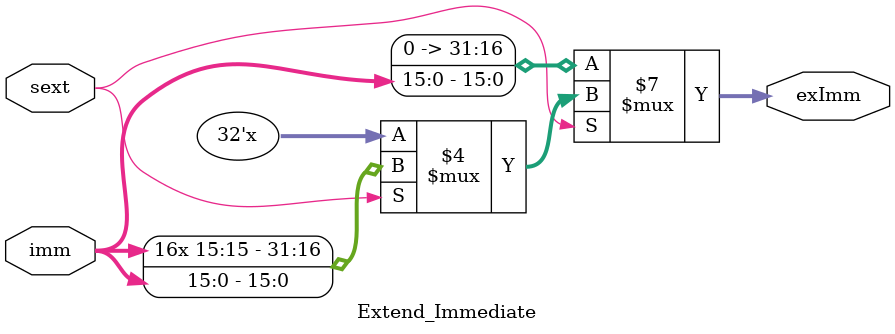
<source format=v>
module Extend_Immediate(imm, sext, exImm);
	input [15:0] imm;
	input sext;
	output reg [31:0] exImm;

    always@ (*) begin
        if(sext == 0) begin
            exImm <= {{16'b0}, {imm[15:0]}};
        end
        else if(sext == 1) begin
           exImm <= {{16{imm[15]}}, imm[15:0]};
        end
	end
endmodule
</source>
